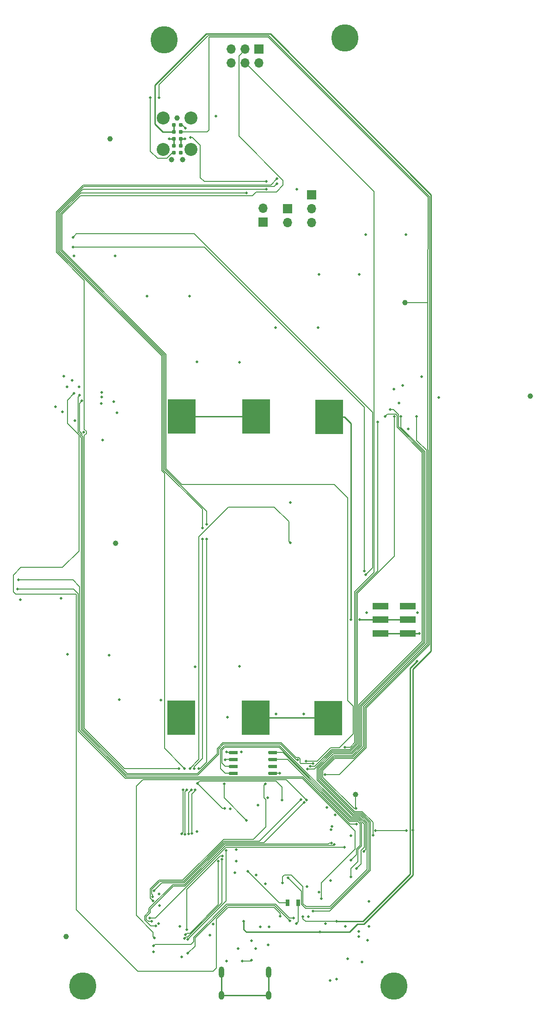
<source format=gbl>
G04 #@! TF.GenerationSoftware,KiCad,Pcbnew,5.1.5-52549c5~84~ubuntu19.10.1*
G04 #@! TF.CreationDate,2020-03-20T23:31:44-07:00*
G04 #@! TF.ProjectId,hw3-jason_bourne,6877332d-6a61-4736-9f6e-5f626f75726e,rev?*
G04 #@! TF.SameCoordinates,Original*
G04 #@! TF.FileFunction,Copper,L4,Bot*
G04 #@! TF.FilePolarity,Positive*
%FSLAX46Y46*%
G04 Gerber Fmt 4.6, Leading zero omitted, Abs format (unit mm)*
G04 Created by KiCad (PCBNEW 5.1.5-52549c5~84~ubuntu19.10.1) date 2020-03-20 23:31:44*
%MOMM*%
%LPD*%
G04 APERTURE LIST*
%ADD10O,1.700000X1.700000*%
%ADD11R,1.700000X1.700000*%
%ADD12R,5.080000X6.350000*%
%ADD13C,1.000000*%
%ADD14O,1.000000X1.600000*%
%ADD15O,1.000000X2.100000*%
%ADD16C,5.000000*%
%ADD17C,0.100000*%
%ADD18R,0.700000X1.300000*%
%ADD19R,3.000000X1.200000*%
%ADD20C,0.787400*%
%ADD21C,2.375000*%
%ADD22C,0.990600*%
%ADD23C,0.500000*%
%ADD24C,0.130000*%
%ADD25C,0.250000*%
G04 APERTURE END LIST*
D10*
X91850000Y-69360000D03*
D11*
X91850000Y-71900000D03*
D10*
X96350000Y-71940000D03*
D11*
X96350000Y-69400000D03*
D12*
X90500000Y-162570000D03*
X90600000Y-107430000D03*
X76900000Y-107430000D03*
X76800000Y-162570000D03*
X103900000Y-107510000D03*
X103800000Y-162650000D03*
D13*
X140800000Y-103750000D03*
X55800000Y-202650000D03*
X63800000Y-56650000D03*
X117800000Y-86650000D03*
X108800000Y-176650000D03*
X64800000Y-130650000D03*
D10*
X100700000Y-71930000D03*
X100700000Y-69390000D03*
D11*
X100700000Y-66850000D03*
D14*
X92820000Y-213345000D03*
D15*
X92820000Y-209165000D03*
X84180000Y-209165000D03*
D14*
X84180000Y-213345000D03*
D16*
X58800000Y-211650000D03*
X115800000Y-211650000D03*
X106800000Y-38150000D03*
X73700000Y-38550000D03*
G04 #@! TA.AperFunction,SMDPad,CuDef*
D17*
G36*
X87064703Y-168645722D02*
G01*
X87079264Y-168647882D01*
X87093543Y-168651459D01*
X87107403Y-168656418D01*
X87120710Y-168662712D01*
X87133336Y-168670280D01*
X87145159Y-168679048D01*
X87156066Y-168688934D01*
X87165952Y-168699841D01*
X87174720Y-168711664D01*
X87182288Y-168724290D01*
X87188582Y-168737597D01*
X87193541Y-168751457D01*
X87197118Y-168765736D01*
X87199278Y-168780297D01*
X87200000Y-168795000D01*
X87200000Y-169095000D01*
X87199278Y-169109703D01*
X87197118Y-169124264D01*
X87193541Y-169138543D01*
X87188582Y-169152403D01*
X87182288Y-169165710D01*
X87174720Y-169178336D01*
X87165952Y-169190159D01*
X87156066Y-169201066D01*
X87145159Y-169210952D01*
X87133336Y-169219720D01*
X87120710Y-169227288D01*
X87107403Y-169233582D01*
X87093543Y-169238541D01*
X87079264Y-169242118D01*
X87064703Y-169244278D01*
X87050000Y-169245000D01*
X85750000Y-169245000D01*
X85735297Y-169244278D01*
X85720736Y-169242118D01*
X85706457Y-169238541D01*
X85692597Y-169233582D01*
X85679290Y-169227288D01*
X85666664Y-169219720D01*
X85654841Y-169210952D01*
X85643934Y-169201066D01*
X85634048Y-169190159D01*
X85625280Y-169178336D01*
X85617712Y-169165710D01*
X85611418Y-169152403D01*
X85606459Y-169138543D01*
X85602882Y-169124264D01*
X85600722Y-169109703D01*
X85600000Y-169095000D01*
X85600000Y-168795000D01*
X85600722Y-168780297D01*
X85602882Y-168765736D01*
X85606459Y-168751457D01*
X85611418Y-168737597D01*
X85617712Y-168724290D01*
X85625280Y-168711664D01*
X85634048Y-168699841D01*
X85643934Y-168688934D01*
X85654841Y-168679048D01*
X85666664Y-168670280D01*
X85679290Y-168662712D01*
X85692597Y-168656418D01*
X85706457Y-168651459D01*
X85720736Y-168647882D01*
X85735297Y-168645722D01*
X85750000Y-168645000D01*
X87050000Y-168645000D01*
X87064703Y-168645722D01*
G37*
G04 #@! TD.AperFunction*
G04 #@! TA.AperFunction,SMDPad,CuDef*
G36*
X87064703Y-169915722D02*
G01*
X87079264Y-169917882D01*
X87093543Y-169921459D01*
X87107403Y-169926418D01*
X87120710Y-169932712D01*
X87133336Y-169940280D01*
X87145159Y-169949048D01*
X87156066Y-169958934D01*
X87165952Y-169969841D01*
X87174720Y-169981664D01*
X87182288Y-169994290D01*
X87188582Y-170007597D01*
X87193541Y-170021457D01*
X87197118Y-170035736D01*
X87199278Y-170050297D01*
X87200000Y-170065000D01*
X87200000Y-170365000D01*
X87199278Y-170379703D01*
X87197118Y-170394264D01*
X87193541Y-170408543D01*
X87188582Y-170422403D01*
X87182288Y-170435710D01*
X87174720Y-170448336D01*
X87165952Y-170460159D01*
X87156066Y-170471066D01*
X87145159Y-170480952D01*
X87133336Y-170489720D01*
X87120710Y-170497288D01*
X87107403Y-170503582D01*
X87093543Y-170508541D01*
X87079264Y-170512118D01*
X87064703Y-170514278D01*
X87050000Y-170515000D01*
X85750000Y-170515000D01*
X85735297Y-170514278D01*
X85720736Y-170512118D01*
X85706457Y-170508541D01*
X85692597Y-170503582D01*
X85679290Y-170497288D01*
X85666664Y-170489720D01*
X85654841Y-170480952D01*
X85643934Y-170471066D01*
X85634048Y-170460159D01*
X85625280Y-170448336D01*
X85617712Y-170435710D01*
X85611418Y-170422403D01*
X85606459Y-170408543D01*
X85602882Y-170394264D01*
X85600722Y-170379703D01*
X85600000Y-170365000D01*
X85600000Y-170065000D01*
X85600722Y-170050297D01*
X85602882Y-170035736D01*
X85606459Y-170021457D01*
X85611418Y-170007597D01*
X85617712Y-169994290D01*
X85625280Y-169981664D01*
X85634048Y-169969841D01*
X85643934Y-169958934D01*
X85654841Y-169949048D01*
X85666664Y-169940280D01*
X85679290Y-169932712D01*
X85692597Y-169926418D01*
X85706457Y-169921459D01*
X85720736Y-169917882D01*
X85735297Y-169915722D01*
X85750000Y-169915000D01*
X87050000Y-169915000D01*
X87064703Y-169915722D01*
G37*
G04 #@! TD.AperFunction*
G04 #@! TA.AperFunction,SMDPad,CuDef*
G36*
X87064703Y-171185722D02*
G01*
X87079264Y-171187882D01*
X87093543Y-171191459D01*
X87107403Y-171196418D01*
X87120710Y-171202712D01*
X87133336Y-171210280D01*
X87145159Y-171219048D01*
X87156066Y-171228934D01*
X87165952Y-171239841D01*
X87174720Y-171251664D01*
X87182288Y-171264290D01*
X87188582Y-171277597D01*
X87193541Y-171291457D01*
X87197118Y-171305736D01*
X87199278Y-171320297D01*
X87200000Y-171335000D01*
X87200000Y-171635000D01*
X87199278Y-171649703D01*
X87197118Y-171664264D01*
X87193541Y-171678543D01*
X87188582Y-171692403D01*
X87182288Y-171705710D01*
X87174720Y-171718336D01*
X87165952Y-171730159D01*
X87156066Y-171741066D01*
X87145159Y-171750952D01*
X87133336Y-171759720D01*
X87120710Y-171767288D01*
X87107403Y-171773582D01*
X87093543Y-171778541D01*
X87079264Y-171782118D01*
X87064703Y-171784278D01*
X87050000Y-171785000D01*
X85750000Y-171785000D01*
X85735297Y-171784278D01*
X85720736Y-171782118D01*
X85706457Y-171778541D01*
X85692597Y-171773582D01*
X85679290Y-171767288D01*
X85666664Y-171759720D01*
X85654841Y-171750952D01*
X85643934Y-171741066D01*
X85634048Y-171730159D01*
X85625280Y-171718336D01*
X85617712Y-171705710D01*
X85611418Y-171692403D01*
X85606459Y-171678543D01*
X85602882Y-171664264D01*
X85600722Y-171649703D01*
X85600000Y-171635000D01*
X85600000Y-171335000D01*
X85600722Y-171320297D01*
X85602882Y-171305736D01*
X85606459Y-171291457D01*
X85611418Y-171277597D01*
X85617712Y-171264290D01*
X85625280Y-171251664D01*
X85634048Y-171239841D01*
X85643934Y-171228934D01*
X85654841Y-171219048D01*
X85666664Y-171210280D01*
X85679290Y-171202712D01*
X85692597Y-171196418D01*
X85706457Y-171191459D01*
X85720736Y-171187882D01*
X85735297Y-171185722D01*
X85750000Y-171185000D01*
X87050000Y-171185000D01*
X87064703Y-171185722D01*
G37*
G04 #@! TD.AperFunction*
G04 #@! TA.AperFunction,SMDPad,CuDef*
G36*
X87064703Y-172455722D02*
G01*
X87079264Y-172457882D01*
X87093543Y-172461459D01*
X87107403Y-172466418D01*
X87120710Y-172472712D01*
X87133336Y-172480280D01*
X87145159Y-172489048D01*
X87156066Y-172498934D01*
X87165952Y-172509841D01*
X87174720Y-172521664D01*
X87182288Y-172534290D01*
X87188582Y-172547597D01*
X87193541Y-172561457D01*
X87197118Y-172575736D01*
X87199278Y-172590297D01*
X87200000Y-172605000D01*
X87200000Y-172905000D01*
X87199278Y-172919703D01*
X87197118Y-172934264D01*
X87193541Y-172948543D01*
X87188582Y-172962403D01*
X87182288Y-172975710D01*
X87174720Y-172988336D01*
X87165952Y-173000159D01*
X87156066Y-173011066D01*
X87145159Y-173020952D01*
X87133336Y-173029720D01*
X87120710Y-173037288D01*
X87107403Y-173043582D01*
X87093543Y-173048541D01*
X87079264Y-173052118D01*
X87064703Y-173054278D01*
X87050000Y-173055000D01*
X85750000Y-173055000D01*
X85735297Y-173054278D01*
X85720736Y-173052118D01*
X85706457Y-173048541D01*
X85692597Y-173043582D01*
X85679290Y-173037288D01*
X85666664Y-173029720D01*
X85654841Y-173020952D01*
X85643934Y-173011066D01*
X85634048Y-173000159D01*
X85625280Y-172988336D01*
X85617712Y-172975710D01*
X85611418Y-172962403D01*
X85606459Y-172948543D01*
X85602882Y-172934264D01*
X85600722Y-172919703D01*
X85600000Y-172905000D01*
X85600000Y-172605000D01*
X85600722Y-172590297D01*
X85602882Y-172575736D01*
X85606459Y-172561457D01*
X85611418Y-172547597D01*
X85617712Y-172534290D01*
X85625280Y-172521664D01*
X85634048Y-172509841D01*
X85643934Y-172498934D01*
X85654841Y-172489048D01*
X85666664Y-172480280D01*
X85679290Y-172472712D01*
X85692597Y-172466418D01*
X85706457Y-172461459D01*
X85720736Y-172457882D01*
X85735297Y-172455722D01*
X85750000Y-172455000D01*
X87050000Y-172455000D01*
X87064703Y-172455722D01*
G37*
G04 #@! TD.AperFunction*
G04 #@! TA.AperFunction,SMDPad,CuDef*
G36*
X94264703Y-172455722D02*
G01*
X94279264Y-172457882D01*
X94293543Y-172461459D01*
X94307403Y-172466418D01*
X94320710Y-172472712D01*
X94333336Y-172480280D01*
X94345159Y-172489048D01*
X94356066Y-172498934D01*
X94365952Y-172509841D01*
X94374720Y-172521664D01*
X94382288Y-172534290D01*
X94388582Y-172547597D01*
X94393541Y-172561457D01*
X94397118Y-172575736D01*
X94399278Y-172590297D01*
X94400000Y-172605000D01*
X94400000Y-172905000D01*
X94399278Y-172919703D01*
X94397118Y-172934264D01*
X94393541Y-172948543D01*
X94388582Y-172962403D01*
X94382288Y-172975710D01*
X94374720Y-172988336D01*
X94365952Y-173000159D01*
X94356066Y-173011066D01*
X94345159Y-173020952D01*
X94333336Y-173029720D01*
X94320710Y-173037288D01*
X94307403Y-173043582D01*
X94293543Y-173048541D01*
X94279264Y-173052118D01*
X94264703Y-173054278D01*
X94250000Y-173055000D01*
X92950000Y-173055000D01*
X92935297Y-173054278D01*
X92920736Y-173052118D01*
X92906457Y-173048541D01*
X92892597Y-173043582D01*
X92879290Y-173037288D01*
X92866664Y-173029720D01*
X92854841Y-173020952D01*
X92843934Y-173011066D01*
X92834048Y-173000159D01*
X92825280Y-172988336D01*
X92817712Y-172975710D01*
X92811418Y-172962403D01*
X92806459Y-172948543D01*
X92802882Y-172934264D01*
X92800722Y-172919703D01*
X92800000Y-172905000D01*
X92800000Y-172605000D01*
X92800722Y-172590297D01*
X92802882Y-172575736D01*
X92806459Y-172561457D01*
X92811418Y-172547597D01*
X92817712Y-172534290D01*
X92825280Y-172521664D01*
X92834048Y-172509841D01*
X92843934Y-172498934D01*
X92854841Y-172489048D01*
X92866664Y-172480280D01*
X92879290Y-172472712D01*
X92892597Y-172466418D01*
X92906457Y-172461459D01*
X92920736Y-172457882D01*
X92935297Y-172455722D01*
X92950000Y-172455000D01*
X94250000Y-172455000D01*
X94264703Y-172455722D01*
G37*
G04 #@! TD.AperFunction*
G04 #@! TA.AperFunction,SMDPad,CuDef*
G36*
X94264703Y-171185722D02*
G01*
X94279264Y-171187882D01*
X94293543Y-171191459D01*
X94307403Y-171196418D01*
X94320710Y-171202712D01*
X94333336Y-171210280D01*
X94345159Y-171219048D01*
X94356066Y-171228934D01*
X94365952Y-171239841D01*
X94374720Y-171251664D01*
X94382288Y-171264290D01*
X94388582Y-171277597D01*
X94393541Y-171291457D01*
X94397118Y-171305736D01*
X94399278Y-171320297D01*
X94400000Y-171335000D01*
X94400000Y-171635000D01*
X94399278Y-171649703D01*
X94397118Y-171664264D01*
X94393541Y-171678543D01*
X94388582Y-171692403D01*
X94382288Y-171705710D01*
X94374720Y-171718336D01*
X94365952Y-171730159D01*
X94356066Y-171741066D01*
X94345159Y-171750952D01*
X94333336Y-171759720D01*
X94320710Y-171767288D01*
X94307403Y-171773582D01*
X94293543Y-171778541D01*
X94279264Y-171782118D01*
X94264703Y-171784278D01*
X94250000Y-171785000D01*
X92950000Y-171785000D01*
X92935297Y-171784278D01*
X92920736Y-171782118D01*
X92906457Y-171778541D01*
X92892597Y-171773582D01*
X92879290Y-171767288D01*
X92866664Y-171759720D01*
X92854841Y-171750952D01*
X92843934Y-171741066D01*
X92834048Y-171730159D01*
X92825280Y-171718336D01*
X92817712Y-171705710D01*
X92811418Y-171692403D01*
X92806459Y-171678543D01*
X92802882Y-171664264D01*
X92800722Y-171649703D01*
X92800000Y-171635000D01*
X92800000Y-171335000D01*
X92800722Y-171320297D01*
X92802882Y-171305736D01*
X92806459Y-171291457D01*
X92811418Y-171277597D01*
X92817712Y-171264290D01*
X92825280Y-171251664D01*
X92834048Y-171239841D01*
X92843934Y-171228934D01*
X92854841Y-171219048D01*
X92866664Y-171210280D01*
X92879290Y-171202712D01*
X92892597Y-171196418D01*
X92906457Y-171191459D01*
X92920736Y-171187882D01*
X92935297Y-171185722D01*
X92950000Y-171185000D01*
X94250000Y-171185000D01*
X94264703Y-171185722D01*
G37*
G04 #@! TD.AperFunction*
G04 #@! TA.AperFunction,SMDPad,CuDef*
G36*
X94264703Y-169915722D02*
G01*
X94279264Y-169917882D01*
X94293543Y-169921459D01*
X94307403Y-169926418D01*
X94320710Y-169932712D01*
X94333336Y-169940280D01*
X94345159Y-169949048D01*
X94356066Y-169958934D01*
X94365952Y-169969841D01*
X94374720Y-169981664D01*
X94382288Y-169994290D01*
X94388582Y-170007597D01*
X94393541Y-170021457D01*
X94397118Y-170035736D01*
X94399278Y-170050297D01*
X94400000Y-170065000D01*
X94400000Y-170365000D01*
X94399278Y-170379703D01*
X94397118Y-170394264D01*
X94393541Y-170408543D01*
X94388582Y-170422403D01*
X94382288Y-170435710D01*
X94374720Y-170448336D01*
X94365952Y-170460159D01*
X94356066Y-170471066D01*
X94345159Y-170480952D01*
X94333336Y-170489720D01*
X94320710Y-170497288D01*
X94307403Y-170503582D01*
X94293543Y-170508541D01*
X94279264Y-170512118D01*
X94264703Y-170514278D01*
X94250000Y-170515000D01*
X92950000Y-170515000D01*
X92935297Y-170514278D01*
X92920736Y-170512118D01*
X92906457Y-170508541D01*
X92892597Y-170503582D01*
X92879290Y-170497288D01*
X92866664Y-170489720D01*
X92854841Y-170480952D01*
X92843934Y-170471066D01*
X92834048Y-170460159D01*
X92825280Y-170448336D01*
X92817712Y-170435710D01*
X92811418Y-170422403D01*
X92806459Y-170408543D01*
X92802882Y-170394264D01*
X92800722Y-170379703D01*
X92800000Y-170365000D01*
X92800000Y-170065000D01*
X92800722Y-170050297D01*
X92802882Y-170035736D01*
X92806459Y-170021457D01*
X92811418Y-170007597D01*
X92817712Y-169994290D01*
X92825280Y-169981664D01*
X92834048Y-169969841D01*
X92843934Y-169958934D01*
X92854841Y-169949048D01*
X92866664Y-169940280D01*
X92879290Y-169932712D01*
X92892597Y-169926418D01*
X92906457Y-169921459D01*
X92920736Y-169917882D01*
X92935297Y-169915722D01*
X92950000Y-169915000D01*
X94250000Y-169915000D01*
X94264703Y-169915722D01*
G37*
G04 #@! TD.AperFunction*
G04 #@! TA.AperFunction,SMDPad,CuDef*
G36*
X94264703Y-168645722D02*
G01*
X94279264Y-168647882D01*
X94293543Y-168651459D01*
X94307403Y-168656418D01*
X94320710Y-168662712D01*
X94333336Y-168670280D01*
X94345159Y-168679048D01*
X94356066Y-168688934D01*
X94365952Y-168699841D01*
X94374720Y-168711664D01*
X94382288Y-168724290D01*
X94388582Y-168737597D01*
X94393541Y-168751457D01*
X94397118Y-168765736D01*
X94399278Y-168780297D01*
X94400000Y-168795000D01*
X94400000Y-169095000D01*
X94399278Y-169109703D01*
X94397118Y-169124264D01*
X94393541Y-169138543D01*
X94388582Y-169152403D01*
X94382288Y-169165710D01*
X94374720Y-169178336D01*
X94365952Y-169190159D01*
X94356066Y-169201066D01*
X94345159Y-169210952D01*
X94333336Y-169219720D01*
X94320710Y-169227288D01*
X94307403Y-169233582D01*
X94293543Y-169238541D01*
X94279264Y-169242118D01*
X94264703Y-169244278D01*
X94250000Y-169245000D01*
X92950000Y-169245000D01*
X92935297Y-169244278D01*
X92920736Y-169242118D01*
X92906457Y-169238541D01*
X92892597Y-169233582D01*
X92879290Y-169227288D01*
X92866664Y-169219720D01*
X92854841Y-169210952D01*
X92843934Y-169201066D01*
X92834048Y-169190159D01*
X92825280Y-169178336D01*
X92817712Y-169165710D01*
X92811418Y-169152403D01*
X92806459Y-169138543D01*
X92802882Y-169124264D01*
X92800722Y-169109703D01*
X92800000Y-169095000D01*
X92800000Y-168795000D01*
X92800722Y-168780297D01*
X92802882Y-168765736D01*
X92806459Y-168751457D01*
X92811418Y-168737597D01*
X92817712Y-168724290D01*
X92825280Y-168711664D01*
X92834048Y-168699841D01*
X92843934Y-168688934D01*
X92854841Y-168679048D01*
X92866664Y-168670280D01*
X92879290Y-168662712D01*
X92892597Y-168656418D01*
X92906457Y-168651459D01*
X92920736Y-168647882D01*
X92935297Y-168645722D01*
X92950000Y-168645000D01*
X94250000Y-168645000D01*
X94264703Y-168645722D01*
G37*
G04 #@! TD.AperFunction*
D18*
X96350001Y-196400000D03*
X98249999Y-196400000D03*
D19*
X113300000Y-142150000D03*
X113300000Y-144650000D03*
X118300000Y-142150000D03*
X118300000Y-147150000D03*
X118300000Y-144650000D03*
X113300000Y-147150000D03*
D11*
X91100000Y-40250000D03*
D10*
X91100000Y-42790000D03*
X88560000Y-40250000D03*
X88560000Y-42790000D03*
X86020000Y-40250000D03*
X86020000Y-42790000D03*
D20*
X76735000Y-54110000D03*
X76735000Y-55380000D03*
X76735000Y-56650000D03*
X76735000Y-57920000D03*
X76735000Y-59190000D03*
X75465000Y-59190000D03*
X75465000Y-57920000D03*
X75465000Y-56650000D03*
X75465000Y-55380000D03*
X75465000Y-54110000D03*
D21*
X73560000Y-52840000D03*
X78640000Y-52840000D03*
X78640000Y-58555000D03*
X73560000Y-58555000D03*
D22*
X76100000Y-52840000D03*
X75084000Y-60460000D03*
X77116000Y-60460000D03*
D23*
X86900000Y-188850000D03*
X109350000Y-202600000D03*
X111200001Y-196149999D03*
X104150000Y-192350000D03*
X85150000Y-168850000D03*
X116750000Y-104950000D03*
X103550000Y-179000000D03*
X92250000Y-192950000D03*
X54800000Y-140750000D03*
X73100000Y-159350000D03*
X85300000Y-162450000D03*
X99300000Y-161850000D03*
X120100000Y-143350000D03*
X98000000Y-65850000D03*
X101900000Y-91150000D03*
X87500000Y-97550000D03*
X117400000Y-101750000D03*
X87500000Y-153150000D03*
X90900000Y-178550000D03*
X97900000Y-200250000D03*
X55350000Y-100100000D03*
X55900000Y-102050000D03*
X96800000Y-123200000D03*
X83150000Y-52500000D03*
X109400000Y-81450000D03*
X64700000Y-78050000D03*
X78400000Y-85450000D03*
X63600000Y-151150000D03*
X118000000Y-74150000D03*
X118450000Y-109700000D03*
X74600000Y-56650000D03*
X63800000Y-56650000D03*
X55800000Y-202650000D03*
X140800000Y-103750000D03*
X75500000Y-162550000D03*
X75500000Y-161450000D03*
X75500000Y-160550000D03*
X75500000Y-164550000D03*
X75500000Y-163500000D03*
X77950000Y-163450000D03*
X78000000Y-164550000D03*
X76750000Y-164550000D03*
X76750000Y-163500000D03*
X76750000Y-160450000D03*
X76750000Y-161500000D03*
X76750000Y-162550000D03*
X79750000Y-183400000D03*
X86700000Y-190900000D03*
X100150000Y-199000000D03*
X87250000Y-204800000D03*
X90500000Y-204800000D03*
X89750000Y-203350000D03*
X107341280Y-206696528D03*
X92800000Y-204100000D03*
X85100000Y-207100000D03*
X82050000Y-202350000D03*
X103291282Y-200246528D03*
X106891280Y-200746528D03*
X109950000Y-207300000D03*
X110950000Y-203300000D03*
X111200000Y-200750000D03*
X109350000Y-201650000D03*
X102050000Y-194500000D03*
X94850000Y-172750000D03*
X87850000Y-168850000D03*
X86900012Y-186695010D03*
X72800000Y-194850000D03*
X115800000Y-102450000D03*
X120850000Y-100200000D03*
X104100000Y-210650000D03*
X47400000Y-140950000D03*
X65500000Y-159250000D03*
X94200000Y-161850000D03*
X110800000Y-143350000D03*
X72865930Y-196916272D03*
X94100000Y-91150000D03*
X79400000Y-153250000D03*
X124005010Y-103950000D03*
X79714670Y-97435330D03*
X90600000Y-191350000D03*
X92700000Y-177250000D03*
X57350000Y-108250000D03*
X62450000Y-111800000D03*
X65100000Y-106750000D03*
X64450000Y-104700000D03*
X53850000Y-105700000D03*
X55050000Y-106600000D03*
X58100000Y-102050000D03*
X56900000Y-100850000D03*
X62200000Y-105050000D03*
X82700000Y-200300000D03*
X102100000Y-81450000D03*
X57200000Y-78050000D03*
X70600000Y-85450000D03*
X56000000Y-150950000D03*
X58998231Y-110350095D03*
X110600000Y-74150000D03*
X99900000Y-193450000D03*
X85800000Y-179250000D03*
X104996775Y-180353225D03*
X76900000Y-206350000D03*
X72700000Y-200250000D03*
X76612674Y-200731672D03*
X77550000Y-56650000D03*
X71800000Y-205400000D03*
X99800000Y-177650000D03*
X71950000Y-202850002D03*
X72150000Y-200700000D03*
X104316799Y-185504029D03*
X99345486Y-178095486D03*
X71875043Y-194250000D03*
X103200000Y-172949998D03*
X71200000Y-49150000D03*
X72750000Y-49150000D03*
X98800000Y-177550000D03*
X71615032Y-195350000D03*
X84351346Y-187876677D03*
X77850000Y-201300000D03*
X83612896Y-188840054D03*
X77639670Y-202239670D03*
X84315018Y-188505641D03*
X77426307Y-202962359D03*
X85046036Y-186859570D03*
X78024957Y-203158657D03*
X115100000Y-106200000D03*
X96400000Y-191900000D03*
X62300000Y-103900000D03*
X114150000Y-107450000D03*
X95350000Y-192750000D03*
X62300000Y-103050000D03*
X77900000Y-175750000D03*
X76418709Y-171844979D03*
X77550394Y-183898483D03*
X94400000Y-63950000D03*
X71692312Y-196066525D03*
X92280001Y-174695010D03*
X96700000Y-199750000D03*
X78056261Y-205666674D03*
X78800000Y-183750000D03*
X79400000Y-175750000D03*
X79200000Y-171850000D03*
X80700000Y-129850000D03*
X80700000Y-127850000D03*
X92400000Y-64450000D03*
X64800000Y-130650000D03*
X77600000Y-54700000D03*
X78500000Y-56350000D03*
X92400000Y-65850000D03*
X97396425Y-199228560D03*
X71800006Y-204300000D03*
X106700000Y-186250000D03*
X71100000Y-199200000D03*
X71400000Y-199850000D03*
X104880676Y-185785023D03*
X117100000Y-107450000D03*
X101000000Y-197950000D03*
X89000000Y-190650000D03*
X115900000Y-107450000D03*
X99950000Y-171950000D03*
X105329628Y-210371995D03*
X102200000Y-201750000D03*
X88300000Y-199850000D03*
X112400000Y-183250000D03*
X118100000Y-183250000D03*
X119300000Y-183150000D03*
X88050000Y-207100000D03*
X89750000Y-206950000D03*
X112804990Y-108500000D03*
X100500000Y-171450000D03*
X107880000Y-184150000D03*
X106830228Y-167984913D03*
X88800000Y-181350000D03*
X84700000Y-174650000D03*
X84900000Y-170250000D03*
X99665662Y-170499991D03*
X107880000Y-191650000D03*
X108950002Y-190149998D03*
X107880000Y-188650000D03*
X110300000Y-187049998D03*
X120450000Y-147150000D03*
X105300000Y-199800000D03*
X99150000Y-199000000D03*
X119985802Y-152250006D03*
X102100000Y-160550000D03*
X105500000Y-160550000D03*
X102100000Y-161550000D03*
X103800000Y-161550000D03*
X105500000Y-161550000D03*
X102100000Y-162650000D03*
X105500000Y-162650000D03*
X105500000Y-163750000D03*
X103800000Y-163750000D03*
X102100000Y-163750000D03*
X103800000Y-164850000D03*
X102100000Y-164850000D03*
X105500000Y-164850000D03*
X91800000Y-160450000D03*
X89000000Y-160450000D03*
X90400000Y-160450000D03*
X89000000Y-161350000D03*
X91800000Y-161350000D03*
X90400000Y-161350000D03*
X91800000Y-162450000D03*
X89000000Y-162450000D03*
X91800000Y-163650000D03*
X90400000Y-163650000D03*
X89000000Y-163650000D03*
X91800000Y-164750000D03*
X90400000Y-164750000D03*
X89000000Y-164750000D03*
X105800000Y-104950000D03*
X102100000Y-104950000D03*
X104000000Y-104950000D03*
X107900000Y-144600000D03*
X102100000Y-106050000D03*
X104000000Y-106050000D03*
X105800000Y-106050000D03*
X104000000Y-107350000D03*
X105800000Y-107350000D03*
X102100000Y-107350000D03*
X104000000Y-108750000D03*
X105800000Y-108750000D03*
X102100000Y-108750000D03*
X102100000Y-110150000D03*
X105800000Y-110150000D03*
X104000000Y-110150000D03*
X109565032Y-144650000D03*
X95300000Y-177650000D03*
X79800000Y-174550000D03*
X80100000Y-171850000D03*
X81500000Y-129850000D03*
X81500000Y-127150000D03*
X88800000Y-66550000D03*
X84800000Y-179150000D03*
X92200000Y-104950000D03*
X90500000Y-104950000D03*
X88600000Y-104950000D03*
X90500000Y-106050000D03*
X92200000Y-106050000D03*
X88600000Y-106050000D03*
X88600000Y-107350000D03*
X92200000Y-107350000D03*
X88600000Y-108650000D03*
X92200000Y-108650000D03*
X90500000Y-108650000D03*
X90500000Y-109950000D03*
X92200000Y-109950000D03*
X88600000Y-109950000D03*
X75750000Y-107400000D03*
X75750000Y-106450000D03*
X78220000Y-106480000D03*
X76970000Y-106480000D03*
X78220000Y-105480000D03*
X76970000Y-105480000D03*
X75750000Y-105450000D03*
X75700000Y-108350000D03*
X76920000Y-108380000D03*
X78170000Y-108380000D03*
X75700000Y-109400000D03*
X78170000Y-109430000D03*
X76920000Y-109430000D03*
X46900000Y-139050000D03*
X102500000Y-195650000D03*
X47000000Y-137350000D03*
X108905723Y-182007202D03*
X110384968Y-135750000D03*
X57000008Y-76450000D03*
X110644979Y-136435330D03*
X57000000Y-74650000D03*
X119950000Y-107450000D03*
X111950000Y-184100000D03*
X108850000Y-179200000D03*
X58654990Y-104600000D03*
X100944804Y-170945001D03*
X58250000Y-103550000D03*
X98150091Y-170299910D03*
X57200000Y-103250000D03*
X95000000Y-198850000D03*
X77200000Y-175750000D03*
X77451579Y-171844979D03*
X76923506Y-183835816D03*
X94400000Y-64850000D03*
X78700000Y-175750000D03*
X78439712Y-171844979D03*
X78171420Y-183792454D03*
X96800004Y-130550000D03*
X104300000Y-183050000D03*
X91350000Y-200870000D03*
X104403573Y-182428560D03*
X92950000Y-200869978D03*
D24*
X86400000Y-168945000D02*
X85245000Y-168945000D01*
X85245000Y-168945000D02*
X85150000Y-168850000D01*
X98249999Y-199900001D02*
X97900000Y-200250000D01*
X98249999Y-196400000D02*
X98249999Y-199900001D01*
D25*
X75465000Y-56650000D02*
X74600000Y-56650000D01*
X75465000Y-57920000D02*
X75465000Y-56650000D01*
D24*
X93600000Y-172755000D02*
X94845000Y-172755000D01*
X94845000Y-172755000D02*
X94850000Y-172750000D01*
D25*
X76735000Y-57920000D02*
X76735000Y-56650000D01*
X76735000Y-56650000D02*
X77550000Y-56650000D01*
D24*
X71700001Y-202600003D02*
X71950000Y-202850002D01*
X68589989Y-198739989D02*
X71700001Y-201850001D01*
X68589989Y-186692300D02*
X68589989Y-198739989D01*
X96039989Y-173889989D02*
X69780033Y-173889989D01*
X99800000Y-177650000D02*
X96039989Y-173889989D01*
X69780033Y-173889989D02*
X68600000Y-175070022D01*
X71700001Y-201850001D02*
X71700001Y-202600003D01*
X68600000Y-175070022D02*
X68600000Y-186682289D01*
X68600000Y-186682289D02*
X68589989Y-186692300D01*
X77450800Y-193090044D02*
X84830833Y-185710011D01*
X70941374Y-198058626D02*
X70941374Y-197476065D01*
X72150000Y-200700000D02*
X71285420Y-200700000D01*
X71285420Y-200700000D02*
X70150000Y-199564580D01*
X84830833Y-185710011D02*
X103757264Y-185710011D01*
X103963246Y-185504029D02*
X104316799Y-185504029D01*
X70150000Y-198850000D02*
X70941374Y-198058626D01*
X70941374Y-197476065D02*
X75327395Y-193090044D01*
X103757264Y-185710011D02*
X103963246Y-185504029D01*
X70150000Y-199564580D02*
X70150000Y-198850000D01*
X75327395Y-193090044D02*
X77450800Y-193090044D01*
X73295010Y-192830033D02*
X72125042Y-194000001D01*
X99345486Y-178095486D02*
X91990972Y-185450000D01*
X84723133Y-185450000D02*
X77343100Y-192830033D01*
X72125042Y-194000001D02*
X71875043Y-194250000D01*
X91990972Y-185450000D02*
X84723133Y-185450000D01*
X77343100Y-192830033D02*
X73295010Y-192830033D01*
X72800000Y-49100000D02*
X72750000Y-49150000D01*
X72800000Y-46749999D02*
X72800000Y-49100000D01*
X81779988Y-37770011D02*
X72800000Y-46749999D01*
X122279989Y-67212279D02*
X92837721Y-37770011D01*
X92837721Y-37770011D02*
X81779988Y-37770011D01*
X105800009Y-172949998D02*
X110680088Y-168069919D01*
X110680088Y-160769912D02*
X122279989Y-149170011D01*
X103200000Y-172949998D02*
X105800009Y-172949998D01*
X122279989Y-149170011D02*
X122279989Y-67212279D01*
X110680088Y-168069919D02*
X110680088Y-160769912D01*
X71200000Y-58900000D02*
X71200000Y-49150000D01*
X72500000Y-60200000D02*
X71200000Y-58900000D01*
X74200000Y-60200000D02*
X72500000Y-60200000D01*
X75465000Y-59190000D02*
X75210000Y-59190000D01*
X75210000Y-59190000D02*
X74200000Y-60200000D01*
X71615032Y-194996447D02*
X71615032Y-195350000D01*
X71430033Y-194811448D02*
X71615032Y-194996447D01*
X71430033Y-194005387D02*
X71430033Y-194811448D01*
X77235400Y-192570022D02*
X72865398Y-192570022D01*
X84635400Y-185170022D02*
X77235400Y-192570022D01*
X91179978Y-185170022D02*
X84635400Y-185170022D01*
X98800000Y-177550000D02*
X91179978Y-185170022D01*
X72865398Y-192570022D02*
X71430033Y-194005387D01*
X84351346Y-187876677D02*
X83917669Y-187876677D01*
X83917669Y-187876677D02*
X77850000Y-193944346D01*
X77850000Y-193944346D02*
X77850000Y-200946447D01*
X77850000Y-200946447D02*
X77850000Y-201300000D01*
X78410329Y-201989671D02*
X77889669Y-201989671D01*
X83612896Y-188840054D02*
X83612896Y-196787104D01*
X77889669Y-201989671D02*
X77639670Y-202239670D01*
X83612896Y-196787104D02*
X78410329Y-201989671D01*
X77676306Y-202712360D02*
X77426307Y-202962359D01*
X78055351Y-202712360D02*
X77676306Y-202712360D01*
X84315018Y-196452693D02*
X78055351Y-202712360D01*
X84315018Y-188505641D02*
X84315018Y-196452693D01*
X85046036Y-186859570D02*
X85046036Y-196089386D01*
X78274956Y-202908658D02*
X78024957Y-203158657D01*
X78274956Y-202860466D02*
X78274956Y-202908658D01*
X85046036Y-196089386D02*
X78274956Y-202860466D01*
X121239842Y-148739314D02*
X121239842Y-113957553D01*
X121239842Y-113957553D02*
X116605012Y-109322723D01*
X111179978Y-181683109D02*
X109759006Y-180262137D01*
X108359004Y-180262137D02*
X101969967Y-173873100D01*
X109640044Y-167639119D02*
X109640044Y-160339112D01*
X101969967Y-173873100D02*
X101969967Y-171909189D01*
X109759006Y-180262137D02*
X108359004Y-180262137D01*
X98839989Y-196657700D02*
X99592300Y-197410011D01*
X104669200Y-169209956D02*
X108069207Y-169209956D01*
X115453553Y-106200000D02*
X115100000Y-106200000D01*
X115676313Y-106200000D02*
X115453553Y-106200000D01*
X116605012Y-107128699D02*
X115676313Y-106200000D01*
X99592300Y-197410011D02*
X104172279Y-197410011D01*
X109640044Y-160339112D02*
X121239842Y-148739314D01*
X104172279Y-197410011D02*
X111179978Y-190402312D01*
X108069207Y-169209956D02*
X109640044Y-167639119D01*
X101969967Y-171909189D02*
X104669200Y-169209956D01*
X98839989Y-194339989D02*
X98839989Y-196657700D01*
X96400000Y-191900000D02*
X98839989Y-194339989D01*
X111179978Y-190402312D02*
X111179978Y-181683109D01*
X116605012Y-109322723D02*
X116605012Y-107128699D01*
X101709956Y-173980800D02*
X101709956Y-171801489D01*
X99700000Y-197150000D02*
X104064579Y-197150000D01*
X107961507Y-168949945D02*
X109380033Y-167531419D01*
X114595001Y-107004999D02*
X114399999Y-107200001D01*
X101709956Y-171801489D02*
X104561500Y-168949945D01*
X120979798Y-148599359D02*
X120968739Y-114054160D01*
X104064579Y-197150000D02*
X110919967Y-190294612D01*
X110919967Y-181790809D02*
X109651306Y-180522148D01*
X95350000Y-192750000D02*
X95350000Y-191700000D01*
X109651306Y-180522148D02*
X108251304Y-180522148D01*
X120968739Y-114054160D02*
X116345001Y-109430423D01*
X109380033Y-160199124D02*
X120979798Y-148599359D01*
X99150000Y-193500000D02*
X99150000Y-196600000D01*
X97000000Y-191350000D02*
X99150000Y-193500000D01*
X95700000Y-191350000D02*
X97000000Y-191350000D01*
X116113601Y-107004999D02*
X114595001Y-107004999D01*
X99150000Y-196600000D02*
X99700000Y-197150000D01*
X104561500Y-168949945D02*
X107961507Y-168949945D01*
X95350000Y-191700000D02*
X95700000Y-191350000D01*
X116345001Y-109430423D02*
X116345001Y-107236399D01*
X114399999Y-107200001D02*
X114150000Y-107450000D01*
X116345001Y-107236399D02*
X116113601Y-107004999D01*
X109380033Y-167531419D02*
X109380033Y-160199124D01*
X108251304Y-180522148D02*
X101709956Y-173980800D01*
X110919967Y-190294612D02*
X110919967Y-181790809D01*
X77900000Y-175750000D02*
X77550394Y-176099606D01*
X77550394Y-183544930D02*
X77550394Y-183898483D01*
X77550394Y-176099606D02*
X77550394Y-183544930D01*
X76065156Y-171844979D02*
X76418709Y-171844979D01*
X66394979Y-171844979D02*
X76065156Y-171844979D01*
X59100000Y-164550000D02*
X66394979Y-171844979D01*
X59443232Y-110546217D02*
X59100000Y-110889449D01*
X93178699Y-65089989D02*
X58860011Y-65089989D01*
X58860011Y-65089989D02*
X53950000Y-70000000D01*
X53950000Y-70000000D02*
X53950000Y-77400001D01*
X59100000Y-110889449D02*
X59100000Y-164550000D01*
X53950000Y-77400001D02*
X59100000Y-82550000D01*
X59100000Y-82550000D02*
X59100000Y-109793262D01*
X59100000Y-109793262D02*
X59443232Y-110136494D01*
X59443232Y-110136494D02*
X59443232Y-110546217D01*
X93178699Y-65089989D02*
X93260011Y-65089989D01*
X93260011Y-65089989D02*
X94400000Y-63950000D01*
X92330742Y-177539344D02*
X92030002Y-177238604D01*
X92030002Y-177238604D02*
X92030002Y-174945009D01*
X92030002Y-174945009D02*
X92280001Y-174695010D01*
X71692312Y-196066525D02*
X71170022Y-195544235D01*
X92330742Y-182519258D02*
X92330742Y-177539344D01*
X84637711Y-184800000D02*
X90050000Y-184800000D01*
X90050000Y-184800000D02*
X92330742Y-182519258D01*
X77127700Y-192310011D02*
X84637711Y-184800000D01*
X72757699Y-192310011D02*
X77127700Y-192310011D01*
X71170022Y-195544235D02*
X71170022Y-193897688D01*
X71170022Y-193897688D02*
X72757699Y-192310011D01*
X79350000Y-204372935D02*
X78056261Y-205666674D01*
X93917711Y-196950000D02*
X85288552Y-196950000D01*
X96450001Y-199482290D02*
X93917711Y-196950000D01*
X85288552Y-196950000D02*
X79350000Y-202888552D01*
X96700000Y-199750000D02*
X96450001Y-199500001D01*
X79350000Y-202888552D02*
X79350000Y-204372935D01*
X96450001Y-199500001D02*
X96450001Y-199482290D01*
X78800000Y-183750000D02*
X78800000Y-176550000D01*
X78800000Y-176550000D02*
X79400000Y-175950000D01*
X79400000Y-175950000D02*
X79400000Y-175750000D01*
X73560011Y-96274590D02*
X54470022Y-77184601D01*
X54470022Y-77184601D02*
X54470022Y-70215396D01*
X54470022Y-70215396D02*
X58835418Y-65850000D01*
X73560011Y-117245433D02*
X73560011Y-96274590D01*
X80700000Y-124385422D02*
X73560011Y-117245433D01*
X80700000Y-127850000D02*
X80700000Y-124385422D01*
X58835418Y-65850000D02*
X92046447Y-65850000D01*
X92046447Y-65850000D02*
X92400000Y-65850000D01*
X79200000Y-171850000D02*
X79200000Y-171496447D01*
X79200000Y-171496447D02*
X80700000Y-169996447D01*
X80700000Y-169996447D02*
X80700000Y-130203553D01*
X80700000Y-130203553D02*
X80700000Y-129850000D01*
X88500000Y-64450000D02*
X92400000Y-64450000D01*
X76735000Y-54110000D02*
X77010000Y-54110000D01*
X77010000Y-54110000D02*
X77600000Y-54700000D01*
X81050000Y-64450000D02*
X88500000Y-64450000D01*
X80350000Y-63750000D02*
X81050000Y-64450000D01*
X78500000Y-56350000D02*
X78853553Y-56350000D01*
X80350000Y-57846447D02*
X80350000Y-63750000D01*
X78853553Y-56350000D02*
X80350000Y-57846447D01*
X79089989Y-203577722D02*
X78617710Y-204050001D01*
X78617710Y-204050001D02*
X72050005Y-204050001D01*
X85180852Y-196689989D02*
X79089989Y-202780852D01*
X72050005Y-204050001D02*
X71800006Y-204300000D01*
X96646271Y-199228560D02*
X94107700Y-196689989D01*
X79089989Y-202780852D02*
X79089989Y-203577722D01*
X97396425Y-199228560D02*
X96646271Y-199228560D01*
X94107700Y-196689989D02*
X85180852Y-196689989D01*
X72076266Y-199200000D02*
X71453553Y-199200000D01*
X106700000Y-186250000D02*
X85026266Y-186250000D01*
X71453553Y-199200000D02*
X71100000Y-199200000D01*
X85026266Y-186250000D02*
X72076266Y-199200000D01*
X71400000Y-199850000D02*
X70803130Y-199850000D01*
X70410011Y-198989989D02*
X71201385Y-198198615D01*
X70410011Y-199456881D02*
X70410011Y-198989989D01*
X84938533Y-185970022D02*
X104695677Y-185970022D01*
X77558500Y-193350055D02*
X84938533Y-185970022D01*
X75435095Y-193350055D02*
X77558500Y-193350055D01*
X104695677Y-185970022D02*
X104880676Y-185785023D01*
X71201385Y-198198615D02*
X71201385Y-197583765D01*
X70803130Y-199850000D02*
X70410011Y-199456881D01*
X71201385Y-197583765D02*
X75435095Y-193350055D01*
X121499888Y-148846979D02*
X121499888Y-113849888D01*
X109866706Y-180002126D02*
X108466704Y-180002126D01*
X117100000Y-107803553D02*
X117100000Y-107450000D01*
X108466704Y-180002126D02*
X102229978Y-173765400D01*
X117100000Y-109450000D02*
X117100000Y-107803553D01*
X109900055Y-160446812D02*
X121499888Y-148846979D01*
X121499888Y-113849888D02*
X117100000Y-109450000D01*
X101000000Y-197950000D02*
X104000000Y-197950000D01*
X102229978Y-172016889D02*
X104776900Y-169469967D01*
X108176907Y-169469967D02*
X109900055Y-167746819D01*
X102229978Y-173765400D02*
X102229978Y-172016889D01*
X111439989Y-181575409D02*
X109866706Y-180002126D01*
X104000000Y-197950000D02*
X111439989Y-190510012D01*
X111439989Y-190510012D02*
X111439989Y-181575409D01*
X104776900Y-169469967D02*
X108176907Y-169469967D01*
X109900055Y-167746819D02*
X109900055Y-160446812D01*
X94750000Y-196400000D02*
X89249999Y-190899999D01*
X96350001Y-196400000D02*
X94750000Y-196400000D01*
X89249999Y-190899999D02*
X89000000Y-190650000D01*
X101193734Y-171950000D02*
X100303553Y-171950000D01*
X115900000Y-107450000D02*
X115900000Y-133000000D01*
X115900000Y-133000000D02*
X109120022Y-139779978D01*
X109120022Y-167423719D02*
X107853807Y-168689934D01*
X104453800Y-168689934D02*
X101193734Y-171950000D01*
X100303553Y-171950000D02*
X99950000Y-171950000D01*
X109120022Y-139779978D02*
X109120022Y-167423719D01*
X107853807Y-168689934D02*
X104453800Y-168689934D01*
D25*
X88300000Y-201300000D02*
X88300000Y-199850000D01*
X102200000Y-201750000D02*
X88750000Y-201750000D01*
X88750000Y-201750000D02*
X88300000Y-201300000D01*
D24*
X112400000Y-183250000D02*
X118100000Y-183250000D01*
D25*
X119300000Y-153650000D02*
X122600000Y-150350000D01*
X110300000Y-200350000D02*
X119300000Y-191350000D01*
X81400000Y-37450000D02*
X72000000Y-46850000D01*
X93200000Y-37450000D02*
X81400000Y-37450000D01*
X102200000Y-201750000D02*
X107700000Y-201750000D01*
X107700000Y-201750000D02*
X109100000Y-200350000D01*
X122600000Y-66850000D02*
X93200000Y-37450000D01*
X109100000Y-200350000D02*
X110300000Y-200350000D01*
X122600000Y-150350000D02*
X122600000Y-66850000D01*
X119300000Y-191350000D02*
X119300000Y-153650000D01*
X73430000Y-55380000D02*
X72000000Y-53950000D01*
X75465000Y-55380000D02*
X73430000Y-55380000D01*
X72000000Y-46850000D02*
X72000000Y-53950000D01*
X75465000Y-55380000D02*
X75465000Y-54110000D01*
D24*
X89600000Y-207100000D02*
X89750000Y-206950000D01*
X88050000Y-207100000D02*
X89600000Y-207100000D01*
X112804990Y-108500000D02*
X112804990Y-135727299D01*
X101326023Y-171450000D02*
X100853553Y-171450000D01*
X107746107Y-168429923D02*
X104346100Y-168429923D01*
X112804990Y-135727299D02*
X108860011Y-139672278D01*
X104346100Y-168429923D02*
X101326023Y-171450000D01*
X100853553Y-171450000D02*
X100500000Y-171450000D01*
X108860011Y-167316019D02*
X107746107Y-168429923D01*
X108860011Y-139672278D02*
X108860011Y-167316019D01*
X107800000Y-167950000D02*
X106865141Y-167950000D01*
X108600000Y-167150000D02*
X107800000Y-167950000D01*
X106865141Y-167950000D02*
X106830228Y-167984913D01*
X112189989Y-66339989D02*
X112189989Y-135974590D01*
X88640000Y-42790000D02*
X112189989Y-66339989D01*
X112189989Y-135974590D02*
X108600000Y-139564579D01*
X108600000Y-139564579D02*
X108600000Y-167150000D01*
X88800000Y-181350000D02*
X84700000Y-177250000D01*
X84700000Y-177250000D02*
X84700000Y-174650000D01*
X84935000Y-170215000D02*
X84900000Y-170250000D01*
X86400000Y-170215000D02*
X84935000Y-170215000D01*
X101750009Y-170499991D02*
X99665662Y-170499991D01*
X105800000Y-168050000D02*
X104200000Y-168050000D01*
X95500000Y-64250000D02*
X95500000Y-65150000D01*
X54990044Y-70430796D02*
X54990044Y-76969201D01*
X74080033Y-96059190D02*
X74080033Y-117030033D01*
X108300000Y-160450000D02*
X108300000Y-165550000D01*
X95500000Y-65150000D02*
X94300000Y-66350000D01*
X104850000Y-119900000D02*
X107300000Y-122350000D01*
X88640000Y-40250000D02*
X87400000Y-41490000D01*
X87400000Y-41490000D02*
X87400000Y-56150000D01*
X87400000Y-56150000D02*
X95500000Y-64250000D01*
X94300000Y-66350000D02*
X90558604Y-66350000D01*
X90558604Y-66350000D02*
X89858604Y-67050000D01*
X89858604Y-67050000D02*
X58370840Y-67050000D01*
X58370840Y-67050000D02*
X54990044Y-70430796D01*
X54990044Y-76969201D02*
X74080033Y-96059190D01*
X74080033Y-117030033D02*
X76950000Y-119900000D01*
X76950000Y-119900000D02*
X104850000Y-119900000D01*
X107300000Y-122350000D02*
X107300000Y-159450000D01*
X107300000Y-159450000D02*
X108300000Y-160450000D01*
X108300000Y-165550000D02*
X105800000Y-168050000D01*
X104200000Y-168050000D02*
X101750009Y-170499991D01*
X109184977Y-186720999D02*
X109879923Y-186026053D01*
X109879923Y-181853896D02*
X109328208Y-181302181D01*
X107787596Y-181302181D02*
X95430415Y-168945000D01*
X94400000Y-168945000D02*
X93600000Y-168945000D01*
X109328208Y-181302181D02*
X107787596Y-181302181D01*
X107880000Y-191650000D02*
X107880000Y-190193687D01*
X109184977Y-188888710D02*
X109184977Y-186720999D01*
X95430415Y-168945000D02*
X94400000Y-168945000D01*
X107880000Y-190193687D02*
X109184977Y-188888710D01*
X109879923Y-186026053D02*
X109879923Y-181853896D01*
X110399945Y-182006209D02*
X110399945Y-186241453D01*
X109435908Y-181042170D02*
X110399945Y-182006209D01*
X84885000Y-171485000D02*
X84260011Y-170860011D01*
X84803075Y-167950055D02*
X94803180Y-167950055D01*
X109200001Y-189899999D02*
X108950002Y-190149998D01*
X84260011Y-168493119D02*
X84803075Y-167950055D01*
X86400000Y-171485000D02*
X84885000Y-171485000D01*
X94803180Y-167950055D02*
X107895295Y-181042170D01*
X109749999Y-186891399D02*
X109749999Y-189350001D01*
X109749999Y-189350001D02*
X109200001Y-189899999D01*
X110399945Y-186241453D02*
X109749999Y-186891399D01*
X107895295Y-181042170D02*
X109435908Y-181042170D01*
X84260011Y-170860011D02*
X84260011Y-168493119D01*
X108924966Y-187605034D02*
X108129999Y-188400001D01*
X93600000Y-170215000D02*
X96332707Y-170215000D01*
X108924966Y-186613299D02*
X108924966Y-187605034D01*
X108129999Y-188400001D02*
X107880000Y-188650000D01*
X109619912Y-181961596D02*
X109619912Y-185918353D01*
X109220508Y-181562192D02*
X109619912Y-181961596D01*
X107679897Y-181562192D02*
X109220508Y-181562192D01*
X96332707Y-170215000D02*
X107679897Y-181562192D01*
X109619912Y-185918353D02*
X108924966Y-186613299D01*
X110659956Y-181898509D02*
X110659956Y-186690042D01*
X109543606Y-180782159D02*
X110659956Y-181898509D01*
X84000000Y-171850000D02*
X84000000Y-168385419D01*
X84000000Y-168385419D02*
X84695375Y-167690044D01*
X86400000Y-172755000D02*
X84905000Y-172755000D01*
X108003000Y-180782159D02*
X109543606Y-180782159D01*
X110659956Y-186690042D02*
X110549999Y-186799999D01*
X110549999Y-186799999D02*
X110300000Y-187049998D01*
X84695375Y-167690044D02*
X94910885Y-167690044D01*
X94910885Y-167690044D02*
X108003000Y-180782159D01*
X84905000Y-172755000D02*
X84000000Y-171850000D01*
D25*
X113300000Y-147150000D02*
X113550000Y-147150000D01*
X113550000Y-147150000D02*
X118300000Y-147150000D01*
X118300000Y-147150000D02*
X120450000Y-147150000D01*
D24*
X104946447Y-199800000D02*
X105300000Y-199800000D01*
X99596447Y-199800000D02*
X104946447Y-199800000D01*
X99150000Y-199353553D02*
X99596447Y-199800000D01*
X99150000Y-199000000D02*
X99150000Y-199353553D01*
D25*
X118719989Y-153515819D02*
X119735803Y-152500005D01*
X118719989Y-191207405D02*
X118719989Y-153515819D01*
X119735803Y-152500005D02*
X119985802Y-152250006D01*
X110127394Y-199800000D02*
X118719989Y-191207405D01*
X105300000Y-199800000D02*
X110127394Y-199800000D01*
X103720000Y-162570000D02*
X103800000Y-162650000D01*
X90500000Y-162570000D02*
X103720000Y-162570000D01*
X113300000Y-144650000D02*
X118300000Y-144650000D01*
X103900000Y-107510000D02*
X106690000Y-107510000D01*
X107900000Y-108720000D02*
X107900000Y-144246447D01*
X107900000Y-144246447D02*
X107900000Y-144600000D01*
X106690000Y-107510000D02*
X107900000Y-108720000D01*
X113300000Y-144650000D02*
X109565032Y-144650000D01*
D24*
X81500000Y-170700000D02*
X81500000Y-129850000D01*
X80100000Y-171850000D02*
X80350000Y-171850000D01*
X80350000Y-171850000D02*
X81500000Y-170700000D01*
X95300000Y-177650000D02*
X95300000Y-175250000D01*
X94200000Y-174150000D02*
X80200000Y-174150000D01*
X80200000Y-174150000D02*
X80049999Y-174300001D01*
X95300000Y-175250000D02*
X94200000Y-174150000D01*
X80049999Y-174300001D02*
X79800000Y-174550000D01*
X84400000Y-179150000D02*
X79800000Y-174550000D01*
X84800000Y-179150000D02*
X84400000Y-179150000D01*
X73820022Y-117137733D02*
X73820022Y-96166890D01*
X54730033Y-77076901D02*
X54730033Y-70323096D01*
X88446447Y-66550000D02*
X88800000Y-66550000D01*
X81500000Y-127150000D02*
X81500000Y-124817711D01*
X58503130Y-66550000D02*
X88446447Y-66550000D01*
X81500000Y-124817711D02*
X73820022Y-117137733D01*
X73820022Y-96166890D02*
X54730033Y-77076901D01*
X54730033Y-70323096D02*
X58503130Y-66550000D01*
D25*
X76900000Y-107430000D02*
X90600000Y-107430000D01*
D24*
X102500000Y-195296447D02*
X102500000Y-195650000D01*
X102500000Y-192750000D02*
X102500000Y-195296447D01*
X108664955Y-186585045D02*
X102500000Y-192750000D01*
X57979978Y-164979979D02*
X66629977Y-173629978D01*
X57979978Y-139912267D02*
X57979978Y-164979979D01*
X57117711Y-139050000D02*
X57979978Y-139912267D01*
X108700000Y-186470554D02*
X108664955Y-186505599D01*
X99012263Y-173629978D02*
X108700000Y-183317715D01*
X108700000Y-183317715D02*
X108700000Y-186470554D01*
X108664955Y-186505599D02*
X108664955Y-186585045D01*
X46900000Y-139050000D02*
X57117711Y-139050000D01*
X66629977Y-173629978D02*
X99012263Y-173629978D01*
X57000000Y-137350000D02*
X58239989Y-138589989D01*
X58239989Y-164872279D02*
X66737677Y-173369967D01*
X107757198Y-182007202D02*
X108552170Y-182007202D01*
X58239989Y-138589989D02*
X58239989Y-164872279D01*
X108552170Y-182007202D02*
X108905723Y-182007202D01*
X66737677Y-173369967D02*
X99119963Y-173369967D01*
X99119963Y-173369967D02*
X107757198Y-182007202D01*
X47000000Y-137350000D02*
X57000000Y-137350000D01*
X57353561Y-76450000D02*
X57000008Y-76450000D01*
X81100000Y-76450000D02*
X57353561Y-76450000D01*
X110384968Y-105734968D02*
X81100000Y-76450000D01*
X110384968Y-135750000D02*
X110384968Y-105734968D01*
X111910011Y-135170298D02*
X111910011Y-106660011D01*
X57649999Y-74000001D02*
X57249999Y-74400001D01*
X111910011Y-106660011D02*
X79250001Y-74000001D01*
X79250001Y-74000001D02*
X57649999Y-74000001D01*
X110644979Y-136435330D02*
X111910011Y-135170298D01*
X57249999Y-74400001D02*
X57000000Y-74650000D01*
X119950000Y-107450000D02*
X119950000Y-111850000D01*
X108284607Y-169729978D02*
X104884600Y-169729978D01*
X119950000Y-111850000D02*
X121759899Y-113659899D01*
X108574404Y-179742115D02*
X109974406Y-179742115D01*
X104884600Y-169729978D02*
X102489989Y-172124589D01*
X102489989Y-173657700D02*
X108574404Y-179742115D01*
X110160066Y-160554512D02*
X110160066Y-167854519D01*
X111950000Y-181717711D02*
X111950000Y-183746447D01*
X102489989Y-172124589D02*
X102489989Y-173657700D01*
X110160066Y-167854519D02*
X108284607Y-169729978D01*
X109974406Y-179742115D02*
X111950000Y-181717711D01*
X121759899Y-148954679D02*
X110160066Y-160554512D01*
X121759899Y-113659899D02*
X121759899Y-148954679D01*
X111950000Y-183746447D02*
X111950000Y-184100000D01*
D25*
X84180000Y-209165000D02*
X84180000Y-213345000D01*
X92820000Y-209165000D02*
X92820000Y-213345000D01*
X92070000Y-213345000D02*
X84180000Y-213345000D01*
X92820000Y-213345000D02*
X92070000Y-213345000D01*
D24*
X108800000Y-179150000D02*
X108850000Y-179200000D01*
X108800000Y-176650000D02*
X108800000Y-179150000D01*
X117800000Y-86650000D02*
X122000000Y-86650000D01*
X122008611Y-113540860D02*
X122019942Y-113552191D01*
X122019942Y-113552191D02*
X122019942Y-149062347D01*
X108392307Y-169989989D02*
X104992300Y-169989989D01*
X110420077Y-160662212D02*
X110420077Y-167962219D01*
X102750000Y-173453553D02*
X108496447Y-179200000D01*
X122019942Y-149062347D02*
X110420077Y-160662212D01*
X122000000Y-86650000D02*
X122008611Y-113540860D01*
X110420077Y-167962219D02*
X108392307Y-169989989D01*
X104992300Y-169989989D02*
X102750000Y-172232289D01*
X102750000Y-172232289D02*
X102750000Y-173453553D01*
X108496447Y-179200000D02*
X108850000Y-179200000D01*
X122019978Y-67319979D02*
X122000000Y-86650000D01*
X81570000Y-55380000D02*
X81887688Y-55062312D01*
X76735000Y-55380000D02*
X81570000Y-55380000D01*
X81887688Y-55062312D02*
X81887688Y-38030022D01*
X81887688Y-38030022D02*
X92730021Y-38030022D01*
X92730021Y-38030022D02*
X122019978Y-67319979D01*
X95126288Y-167170022D02*
X97811174Y-169854908D01*
X58209989Y-105045001D02*
X58209989Y-110174567D01*
X58209989Y-110174567D02*
X58620022Y-110584600D01*
X84479977Y-167170022D02*
X95126288Y-167170022D01*
X83450000Y-168199999D02*
X84479977Y-167170022D01*
X97811174Y-169854908D02*
X98363693Y-169854908D01*
X98595093Y-170086308D02*
X98595093Y-170813512D01*
X58654990Y-104600000D02*
X58209989Y-105045001D01*
X79808602Y-172800000D02*
X83450000Y-169158602D01*
X83450000Y-169158602D02*
X83450000Y-168199999D01*
X58620022Y-110584600D02*
X58620022Y-111023634D01*
X98363693Y-169854908D02*
X98595093Y-170086308D01*
X66903130Y-172800000D02*
X79808602Y-172800000D01*
X98726582Y-170945001D02*
X100591251Y-170945001D01*
X58791389Y-164688259D02*
X66903130Y-172800000D01*
X58791389Y-111195001D02*
X58791389Y-164688259D01*
X58620022Y-111023634D02*
X58791389Y-111195001D01*
X98595093Y-170813512D02*
X98726582Y-170945001D01*
X100591251Y-170945001D02*
X100944804Y-170945001D01*
X58531378Y-111302701D02*
X58531378Y-164795959D01*
X83710011Y-168307699D02*
X84587677Y-167430033D01*
X58360011Y-110692300D02*
X58360011Y-111131334D01*
X83710011Y-169266302D02*
X83710011Y-168307699D01*
X97888461Y-170299910D02*
X98150091Y-170299910D01*
X79916302Y-173060011D02*
X83710011Y-169266302D01*
X58360011Y-111131334D02*
X58531378Y-111302701D01*
X57949978Y-110282267D02*
X58360011Y-110692300D01*
X84587677Y-167430033D02*
X95018584Y-167430033D01*
X57949978Y-103850022D02*
X57949978Y-110282267D01*
X95018584Y-167430033D02*
X97888461Y-170299910D01*
X66795430Y-173060011D02*
X79916302Y-173060011D01*
X58531378Y-164795959D02*
X66795430Y-173060011D01*
X58250000Y-103550000D02*
X57949978Y-103850022D01*
X47500000Y-135050000D02*
X55100000Y-135050000D01*
X58100000Y-110800000D02*
X56000000Y-108700000D01*
X95000000Y-198400000D02*
X93850000Y-197250000D01*
X93850000Y-197250000D02*
X85356263Y-197250000D01*
X83250000Y-199356263D02*
X83250000Y-208400000D01*
X85356263Y-197250000D02*
X83250000Y-199356263D01*
X46100000Y-136450000D02*
X47500000Y-135050000D01*
X82700000Y-208950000D02*
X68900000Y-208950000D01*
X56000000Y-104450000D02*
X57200000Y-103250000D01*
X57650000Y-197700000D02*
X57650000Y-139950000D01*
X56000000Y-108700000D02*
X56000000Y-104450000D01*
X83250000Y-208400000D02*
X82700000Y-208950000D01*
X58100000Y-132050000D02*
X58100000Y-110800000D01*
X46100000Y-139550000D02*
X46100000Y-136450000D01*
X55100000Y-135050000D02*
X58100000Y-132050000D01*
X46500000Y-139950000D02*
X46100000Y-139550000D01*
X57650000Y-139950000D02*
X46500000Y-139950000D01*
X68900000Y-208950000D02*
X57650000Y-197700000D01*
X95000000Y-198850000D02*
X95000000Y-198400000D01*
X77200000Y-175750000D02*
X77200000Y-183559322D01*
X77200000Y-183559322D02*
X76923506Y-183835816D01*
X73800000Y-117853132D02*
X73800000Y-168193400D01*
X73300000Y-96382290D02*
X73300000Y-117353133D01*
X54210011Y-77292301D02*
X73300000Y-96382290D01*
X73800000Y-168193400D02*
X77201580Y-171594980D01*
X58967707Y-65350000D02*
X54210011Y-70107696D01*
X73300000Y-117353133D02*
X73800000Y-117853132D01*
X94400000Y-64850000D02*
X93900000Y-65350000D01*
X54210011Y-70107696D02*
X54210011Y-77292301D01*
X77201580Y-171594980D02*
X77451579Y-171844979D01*
X93900000Y-65350000D02*
X58967707Y-65350000D01*
X78171420Y-176278580D02*
X78171420Y-183438901D01*
X78700000Y-175750000D02*
X78171420Y-176278580D01*
X78171420Y-183438901D02*
X78171420Y-183792454D01*
X96550005Y-130300001D02*
X96800004Y-130550000D01*
X96550005Y-126700005D02*
X96550005Y-130300001D01*
X78439712Y-171844979D02*
X80100000Y-170184691D01*
X80100000Y-129450000D02*
X85500000Y-124050000D01*
X85500000Y-124050000D02*
X93900000Y-124050000D01*
X80100000Y-170184691D02*
X80100000Y-129450000D01*
X93900000Y-124050000D02*
X96550005Y-126700005D01*
M02*

</source>
